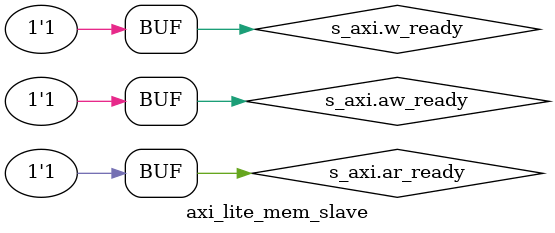
<source format=sv>
module axi_lite_mem_slave #(
    parameter int ADDR_WIDTH = 32,
    parameter int DATA_WIDTH = 32,
    parameter int MEM_SIZE   = 4096  // bytes
) (
    axi_lite_if.slave s_axi
);

    localparam int MEM_DEPTH = MEM_SIZE / (DATA_WIDTH/8);
    logic [DATA_WIDTH-1:0] mem [MEM_DEPTH-1:0];

    localparam logic [1:0] AXI_OKAY = 2'b00;

    // AW handshake: accept when valid
    assign s_axi.aw_ready = 1'b1;
    // W handshake
    assign s_axi.w_ready  = 1'b1;
    // AR handshake
    assign s_axi.ar_ready = 1'b1;

    // Track write: need AW addr + W data. Use simple state.
    logic [ADDR_WIDTH-1:0] wr_addr;
    logic [DATA_WIDTH-1:0] wr_data;
    logic [DATA_WIDTH/8-1:0] wr_strb;
    logic wr_pending;
    logic [1:0] wr_state;  // 0=idle, 1=aw_done, 2=w_done, 3=send_b

    always_ff @(posedge s_axi.clk or negedge s_axi.rst_n) begin
        if (!s_axi.rst_n) begin
            wr_addr    <= 0;
            wr_data    <= 0;
            wr_strb    <= 0;
            wr_pending <= 0;
            wr_state   <= 0;
            s_axi.b_valid <= 0;
            s_axi.b_resp  <= 0;
        end else begin
            case (wr_state)
                2'd0: begin
                    if (s_axi.aw_valid && s_axi.aw_ready) begin
                        wr_addr  <= s_axi.aw_addr;
                        wr_state <= 2'd1;
                    end
                end
                2'd1: begin
                    if (s_axi.w_valid && s_axi.w_ready) begin
                        wr_data  <= s_axi.w_data;
                        wr_strb  <= s_axi.w_strb;
                        wr_state <= 2'd2;
                    end
                end
                2'd2: begin
                    wr_state   <= 2'd3;
                    s_axi.b_valid <= 1;
                    s_axi.b_resp  <= AXI_OKAY;
                end
                2'd3: begin
                    if (s_axi.b_ready) begin
                        s_axi.b_valid <= 0;
                        wr_state      <= 2'd0;
                    end
                end
            endcase
        end
    end

    // Write to mem when we have both addr and data
    always_ff @(posedge s_axi.clk) begin
        if (wr_state == 2'd2) begin
            for (int i = 0; i < DATA_WIDTH/8; i++) begin
                if (wr_strb[i]) begin
                    mem[(wr_addr >> $clog2(DATA_WIDTH/8)) % MEM_DEPTH][i*8 +: 8] <= wr_data[i*8 +: 8];
                end
            end
        end
    end

    // Read: capture AR, then send R
    logic [ADDR_WIDTH-1:0] rd_addr;
    logic [1:0] rd_state;

    always_ff @(posedge s_axi.clk or negedge s_axi.rst_n) begin
        if (!s_axi.rst_n) begin
            rd_addr       <= 0;
            rd_state      <= 0;
            s_axi.r_valid <= 0;
            s_axi.r_data  <= 0;
            s_axi.r_resp  <= 0;
        end else begin
            case (rd_state)
                2'd0: begin
                    if (s_axi.ar_valid && s_axi.ar_ready) begin
                        rd_addr  <= s_axi.ar_addr;
                        rd_state <= 2'd1;
                    end
                end
                2'd1: begin
                    s_axi.r_valid <= 1;
                    s_axi.r_data  <= mem[(rd_addr >> $clog2(DATA_WIDTH/8)) % MEM_DEPTH];
                    s_axi.r_resp  <= AXI_OKAY;
                    rd_state      <= 2'd2;
                end
                2'd2: begin
                    if (s_axi.r_ready) begin
                        s_axi.r_valid <= 0;
                        rd_state      <= 2'd0;
                    end
                end
            endcase
        end
    end

endmodule

</source>
